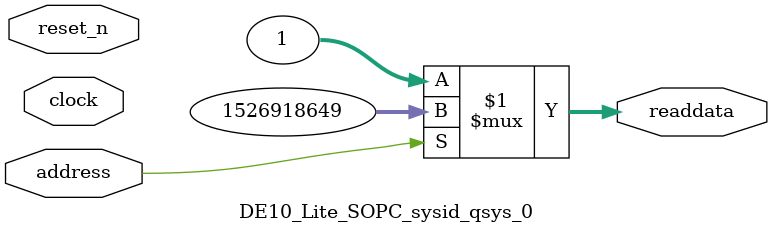
<source format=v>



// synthesis translate_off
`timescale 1ns / 1ps
// synthesis translate_on

// turn off superfluous verilog processor warnings 
// altera message_level Level1 
// altera message_off 10034 10035 10036 10037 10230 10240 10030 

module DE10_Lite_SOPC_sysid_qsys_0 (
               // inputs:
                address,
                clock,
                reset_n,

               // outputs:
                readdata
             )
;

  output  [ 31: 0] readdata;
  input            address;
  input            clock;
  input            reset_n;

  wire    [ 31: 0] readdata;
  //control_slave, which is an e_avalon_slave
  assign readdata = address ? 1526918649 : 1;

endmodule



</source>
